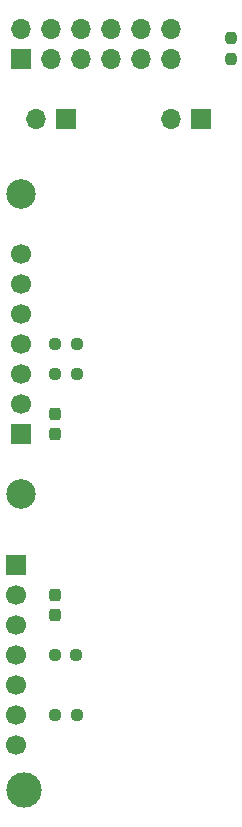
<source format=gbs>
G04 #@! TF.GenerationSoftware,KiCad,Pcbnew,6.0.9-8da3e8f707~116~ubuntu20.04.1*
G04 #@! TF.CreationDate,2023-03-08T00:07:42+01:00*
G04 #@! TF.ProjectId,clocks_pmod,636c6f63-6b73-45f7-906d-6f642e6b6963,rev?*
G04 #@! TF.SameCoordinates,Original*
G04 #@! TF.FileFunction,Soldermask,Bot*
G04 #@! TF.FilePolarity,Negative*
%FSLAX46Y46*%
G04 Gerber Fmt 4.6, Leading zero omitted, Abs format (unit mm)*
G04 Created by KiCad (PCBNEW 6.0.9-8da3e8f707~116~ubuntu20.04.1) date 2023-03-08 00:07:42*
%MOMM*%
%LPD*%
G01*
G04 APERTURE LIST*
G04 Aperture macros list*
%AMRoundRect*
0 Rectangle with rounded corners*
0 $1 Rounding radius*
0 $2 $3 $4 $5 $6 $7 $8 $9 X,Y pos of 4 corners*
0 Add a 4 corners polygon primitive as box body*
4,1,4,$2,$3,$4,$5,$6,$7,$8,$9,$2,$3,0*
0 Add four circle primitives for the rounded corners*
1,1,$1+$1,$2,$3*
1,1,$1+$1,$4,$5*
1,1,$1+$1,$6,$7*
1,1,$1+$1,$8,$9*
0 Add four rect primitives between the rounded corners*
20,1,$1+$1,$2,$3,$4,$5,0*
20,1,$1+$1,$4,$5,$6,$7,0*
20,1,$1+$1,$6,$7,$8,$9,0*
20,1,$1+$1,$8,$9,$2,$3,0*%
G04 Aperture macros list end*
%ADD10C,2.500000*%
%ADD11R,1.700000X1.700000*%
%ADD12C,1.700000*%
%ADD13C,3.000000*%
%ADD14O,1.700000X1.700000*%
%ADD15RoundRect,0.237500X0.250000X0.237500X-0.250000X0.237500X-0.250000X-0.237500X0.250000X-0.237500X0*%
%ADD16RoundRect,0.237500X0.237500X-0.300000X0.237500X0.300000X-0.237500X0.300000X-0.237500X-0.300000X0*%
%ADD17RoundRect,0.237500X0.237500X-0.250000X0.237500X0.250000X-0.237500X0.250000X-0.237500X-0.250000X0*%
%ADD18RoundRect,0.237500X-0.237500X0.300000X-0.237500X-0.300000X0.237500X-0.300000X0.237500X0.300000X0*%
G04 APERTURE END LIST*
D10*
X81280000Y-85090000D03*
X81280000Y-110490000D03*
D11*
X81280000Y-105410000D03*
D12*
X81280000Y-102870000D03*
X81280000Y-100330000D03*
X81280000Y-97790000D03*
X81280000Y-95250000D03*
X81280000Y-92710000D03*
X81280000Y-90170000D03*
D13*
X81534000Y-135509000D03*
D11*
X80899000Y-116459000D03*
D12*
X80899000Y-118999000D03*
X80899000Y-121539000D03*
X80899000Y-124079000D03*
X80899000Y-126619000D03*
X80899000Y-129159000D03*
X80899000Y-131699000D03*
D11*
X81280000Y-73660000D03*
D14*
X81280000Y-71120000D03*
X83820000Y-73660000D03*
X83820000Y-71120000D03*
X86360000Y-73660000D03*
X86360000Y-71120000D03*
X88900000Y-73660000D03*
X88900000Y-71120000D03*
X91440000Y-73660000D03*
X91440000Y-71120000D03*
X93980000Y-73660000D03*
X93980000Y-71120000D03*
D11*
X85090000Y-78740000D03*
D14*
X82550000Y-78740000D03*
D11*
X96520000Y-78740000D03*
D14*
X93980000Y-78740000D03*
D15*
X86002500Y-124079000D03*
X84177500Y-124079000D03*
X86026000Y-100330000D03*
X84201000Y-100330000D03*
D16*
X84201000Y-105410000D03*
X84201000Y-103685000D03*
D15*
X86026000Y-97790000D03*
X84201000Y-97790000D03*
X86026000Y-129159000D03*
X84201000Y-129159000D03*
D17*
X99060000Y-73660000D03*
X99060000Y-71835000D03*
D18*
X84201000Y-118999000D03*
X84201000Y-120724000D03*
M02*

</source>
